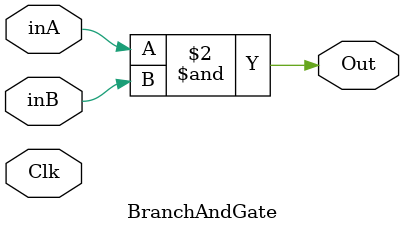
<source format=v>
`timescale 1ns / 1ps


module BranchAndGate(inA, inB, Out,Clk);
input inA;
input inB;
input Clk;
output reg Out;

always @(inA,inB) begin
Out<=inA&inB;
end



endmodule

</source>
